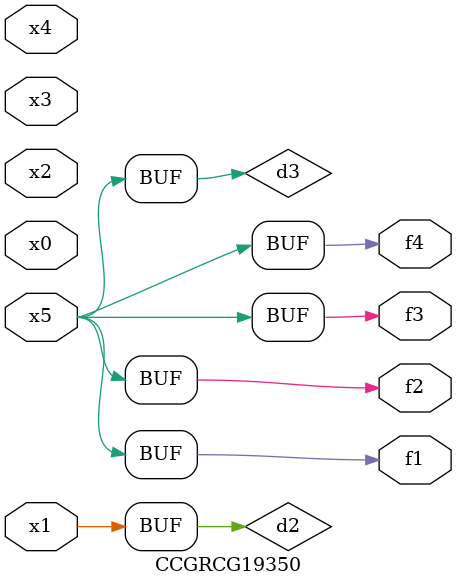
<source format=v>
module CCGRCG19350(
	input x0, x1, x2, x3, x4, x5,
	output f1, f2, f3, f4
);

	wire d1, d2, d3;

	not (d1, x5);
	or (d2, x1);
	xnor (d3, d1);
	assign f1 = d3;
	assign f2 = d3;
	assign f3 = d3;
	assign f4 = d3;
endmodule

</source>
